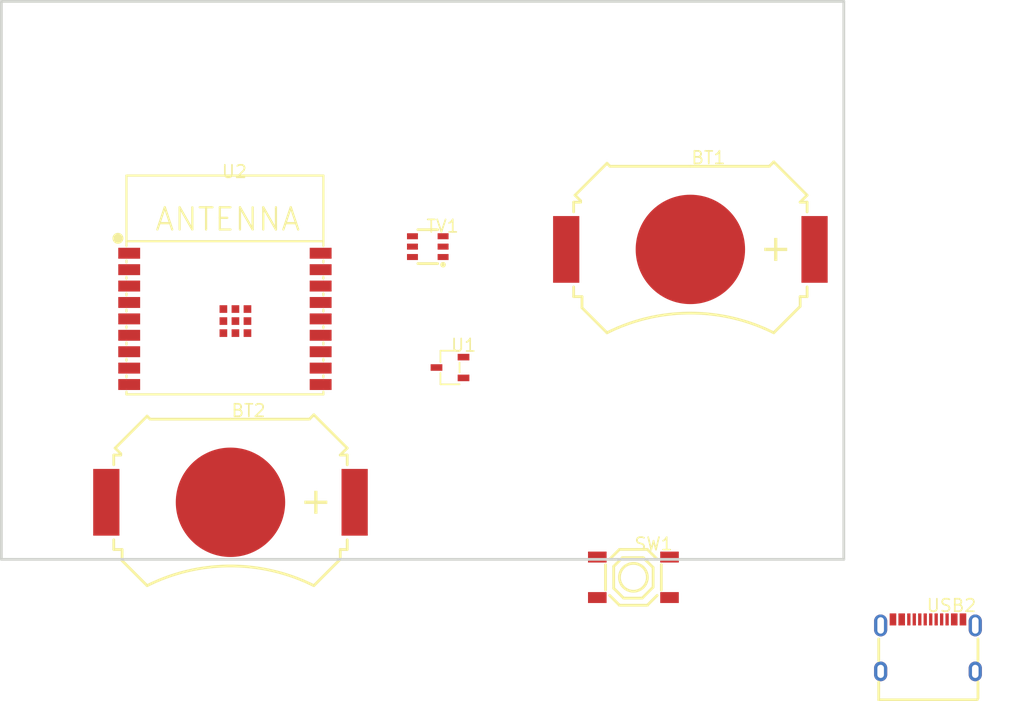
<source format=kicad_pcb>
(kicad_pcb (version 20171130) (host pcbnew "(5.1.5)-3") (page "A4") (layers (0 "F.Cu" signal) (31 "B.Cu" signal) (32 "B.Adhes" user) (33 "F.Adhes" user) (34 "B.Paste" user) (35 "F.Paste" user) (36 "B.SilkS" user) (37 "F.SilkS" user) (38 "B.Mask" user) (39 "F.Mask" user) (40 "Dwgs.User" user) (41 "Cmts.User" user) (42 "Eco1.User" user) (43 "Eco2.User" user) (44 "Edge.Cuts" user) (45 "Margin" user) (46 "B.CrtYd" user) (47 "F.CrtYd" user) (48 "B.Fab" user hide) (49 "F.Fab" user hide)) (net 0 "") (net 1 "BT1_1") (net 2 "BT1_2") (net 3 "BT2_1") (net 4 "BT2_2") (net 5 "SW1_1") (net 6 "SW1_2") (net 7 "SW1_3") (net 8 "SW1_4") (net 9 "TV1_3") (net 10 "TV1_2") (net 11 "TV1_1") (net 12 "TV1_6") (net 13 "TV1_5") (net 14 "TV1_4") (net 15 "U2_1") (net 16 "U2_2") (net 17 "U2_3") (net 18 "U2_4") (net 19 "U2_5") (net 20 "U2_6") (net 21 "U2_7") (net 22 "U2_8") (net 23 "U2_9") (net 24 "U2_10") (net 25 "U2_11") (net 26 "U2_12") (net 27 "U2_13") (net 28 "U2_14") (net 29 "U2_15") (net 30 "U2_16") (net 31 "U2_17") (net 32 "U2_18") (net 33 "U2_19") (net 34 "U1_1") (net 35 "U1_2") (net 36 "U1_3") (net 37 "USB2_1") (net 38 "USB2_2") (net 39 "USB2_3") (net 40 "USB2_4") (net 41 "USB2_5") (net 42 "USB2_6") (net 43 "USB2_7") (net 44 "USB2_8") (net 45 "USB2_9") (net 46 "USB2_10") (net 47 "USB2_11") (net 48 "USB2_12") (net 49 "USB2_13") (net 50 "USB2_14") (gr_line (start 12.08 12.254) (end 89.08 12.254) (width 0.254) (layer "Edge.Cuts")) (gr_line (start 89.08 12.254) (end 89.08 63.254) (width 0.254) (layer "Edge.Cuts")) (gr_line (start 89.08 63.254) (end 12.08 63.254) (width 0.254) (layer "Edge.Cuts")) (gr_line (start 12.08 63.254) (end 12.08 12.254) (width 0.254) (layer "Edge.Cuts")) (module "easyeda:BAT-SMD_MY-2032-12" (layer "F.Cu") (at 75.057 34.925) (attr smd) (fp_text value "MY-2032-12" (at 0 -10.16 0) (layer "F.Fab") hide (effects (font (size 1.143 1.143) (thickness 0.152)) (justify left))) (fp_text reference "BT1" (at 0 -8.382 0) (layer "F.SilkS") (effects (font (size 1.143 1.143) (thickness 0.152)) (justify left))) (fp_poly (pts (xy 7.65 1.05) (xy 7.65 -1.05) (xy 7.95 -1.05) (xy 7.95 1.05)) (layer "Cmts.User") (width 0)) (fp_poly (pts (xy 6.75 -0.15) (xy 8.85 -0.15) (xy 8.85 0.15) (xy 6.75 0.15)) (layer "Cmts.User") (width 0)) (fp_poly (pts (xy 12.55 -3.05) (xy 10.15 -3.05) (xy 10.15 3.05) (xy 12.55 3.05) (xy 12.55 3.04)) (layer "F.Paste") (width 0)) (fp_poly (pts (xy -10.15 -3.05) (xy -12.55 -3.05) (xy -12.55 3.05) (xy -10.15 3.05) (xy -10.15 3.04)) (layer "F.Paste") (width 0)) (fp_line (start 0 -7.6) (end -7.346 -7.6) (width 0.254) (layer "F.SilkS")) (fp_line (start -7.346 -7.6) (end -7.62 -7.874) (width 0.254) (layer "F.SilkS")) (fp_line (start 0 -7.6) (end 7.219 -7.6) (width 0.254) (layer "F.SilkS")) (fp_line (start 7.219 -7.6) (end 7.62 -8.001) (width 0.254) (layer "F.SilkS")) (fp_line (start 10.033 4.318) (end 10.033 5.207) (width 0.254) (layer "F.SilkS")) (fp_line (start 10.033 5.207) (end 7.62 7.62) (width 0.254) (layer "F.SilkS")) (fp_line (start 10.668 3.431) (end 10.668 4.318) (width 0.254) (layer "F.SilkS")) (fp_line (start 10.668 4.318) (end 10.033 4.318) (width 0.254) (layer "F.SilkS")) (fp_line (start 10.033 -4.318) (end 10.668 -4.953) (width 0.254) (layer "F.SilkS")) (fp_line (start 10.668 -4.953) (end 7.62 -8.001) (width 0.254) (layer "F.SilkS")) (fp_line (start 10.668 -3.429) (end 10.668 -4.318) (width 0.254) (layer "F.SilkS")) (fp_line (start 10.668 -4.318) (end 10.033 -4.318) (width 0.254) (layer "F.SilkS")) (fp_line (start -10.541 -4.953) (end -7.62 -7.874) (width 0.254) (layer "F.SilkS")) (fp_line (start -10.033 -4.318) (end -10.033 -4.445) (width 0.254) (layer "F.SilkS")) (fp_line (start -10.033 -4.445) (end -10.541 -4.953) (width 0.254) (layer "F.SilkS")) (fp_line (start -10.668 -3.429) (end -10.668 -4.318) (width 0.254) (layer "F.SilkS")) (fp_line (start -10.668 -4.318) (end -10.033 -4.318) (width 0.254) (layer "F.SilkS")) (fp_line (start -9.906 4.318) (end -9.906 5.334) (width 0.254) (layer "F.SilkS")) (fp_line (start -9.906 5.334) (end -7.62 7.62) (width 0.254) (layer "F.SilkS")) (fp_line (start -10.668 3.429) (end -10.668 4.318) (width 0.254) (layer "F.SilkS")) (fp_line (start -10.668 4.318) (end -9.906 4.318) (width 0.254) (layer "F.SilkS")) (fp_arc (start 0 22.86) (end -7.62 7.62) (angle 53.13) (width 0.254) (layer "F.SilkS")) (fp_poly (pts (xy 7.65 1.05) (xy 7.65 -1.05) (xy 7.95 -1.05) (xy 7.95 1.05)) (layer "F.SilkS") (width 0)) (fp_poly (pts (xy 6.75 -0.15) (xy 8.85 -0.15) (xy 8.85 0.15) (xy 6.75 0.15)) (layer "F.SilkS") (width 0)) (pad 1 smd rect (at 11.35 0 0) (size 2.4 6.1) (layers "F.Cu" "F.Paste" "F.Mask") (net 1 "BT1_1")) (pad 2 smd circle (at 0 0 0) (size 10 10) (layers "F.Cu" "F.Paste" "F.Mask") (net 2 "BT1_2")) (pad 1 smd rect (at -11.35 0 0) (size 2.4 6.1) (layers "F.Cu" "F.Paste" "F.Mask") (net 1 "BT1_1")) (fp_text user ggeb4a68a6a01cc183f (at 0 0) (layer "Cmts.User") (effects (font (size 1 1) (thickness 0.15))))) (module "easyeda:BAT-SMD_MY-2032-12" (layer "F.Cu") (at 33.02 58.039) (attr smd) (fp_text value "MY-2032-12" (at 0 -10.16 0) (layer "F.Fab") hide (effects (font (size 1.143 1.143) (thickness 0.152)) (justify left))) (fp_text reference "BT2" (at 0 -8.382 0) (layer "F.SilkS") (effects (font (size 1.143 1.143) (thickness 0.152)) (justify left))) (fp_poly (pts (xy 7.65 1.05) (xy 7.65 -1.05) (xy 7.95 -1.05) (xy 7.95 1.05)) (layer "Cmts.User") (width 0)) (fp_poly (pts (xy 6.75 -0.15) (xy 8.85 -0.15) (xy 8.85 0.15) (xy 6.75 0.15)) (layer "Cmts.User") (width 0)) (fp_poly (pts (xy 12.55 -3.05) (xy 10.15 -3.05) (xy 10.15 3.05) (xy 12.55 3.05) (xy 12.55 3.04)) (layer "F.Paste") (width 0)) (fp_poly (pts (xy -10.15 -3.05) (xy -12.55 -3.05) (xy -12.55 3.05) (xy -10.15 3.05) (xy -10.15 3.04)) (layer "F.Paste") (width 0)) (fp_line (start 0 -7.6) (end -7.346 -7.6) (width 0.254) (layer "F.SilkS")) (fp_line (start -7.346 -7.6) (end -7.62 -7.874) (width 0.254) (layer "F.SilkS")) (fp_line (start 0 -7.6) (end 7.219 -7.6) (width 0.254) (layer "F.SilkS")) (fp_line (start 7.219 -7.6) (end 7.62 -8.001) (width 0.254) (layer "F.SilkS")) (fp_line (start 10.033 4.318) (end 10.033 5.207) (width 0.254) (layer "F.SilkS")) (fp_line (start 10.033 5.207) (end 7.62 7.62) (width 0.254) (layer "F.SilkS")) (fp_line (start 10.668 3.431) (end 10.668 4.318) (width 0.254) (layer "F.SilkS")) (fp_line (start 10.668 4.318) (end 10.033 4.318) (width 0.254) (layer "F.SilkS")) (fp_line (start 10.033 -4.318) (end 10.668 -4.953) (width 0.254) (layer "F.SilkS")) (fp_line (start 10.668 -4.953) (end 7.62 -8.001) (width 0.254) (layer "F.SilkS")) (fp_line (start 10.668 -3.429) (end 10.668 -4.318) (width 0.254) (layer "F.SilkS")) (fp_line (start 10.668 -4.318) (end 10.033 -4.318) (width 0.254) (layer "F.SilkS")) (fp_line (start -10.541 -4.953) (end -7.62 -7.874) (width 0.254) (layer "F.SilkS")) (fp_line (start -10.033 -4.318) (end -10.033 -4.445) (width 0.254) (layer "F.SilkS")) (fp_line (start -10.033 -4.445) (end -10.541 -4.953) (width 0.254) (layer "F.SilkS")) (fp_line (start -10.668 -3.429) (end -10.668 -4.318) (width 0.254) (layer "F.SilkS")) (fp_line (start -10.668 -4.318) (end -10.033 -4.318) (width 0.254) (layer "F.SilkS")) (fp_line (start -9.906 4.318) (end -9.906 5.334) (width 0.254) (layer "F.SilkS")) (fp_line (start -9.906 5.334) (end -7.62 7.62) (width 0.254) (layer "F.SilkS")) (fp_line (start -10.668 3.429) (end -10.668 4.318) (width 0.254) (layer "F.SilkS")) (fp_line (start -10.668 4.318) (end -9.906 4.318) (width 0.254) (layer "F.SilkS")) (fp_arc (start 0 22.86) (end -7.62 7.62) (angle 53.13) (width 0.254) (layer "F.SilkS")) (fp_poly (pts (xy 7.65 1.05) (xy 7.65 -1.05) (xy 7.95 -1.05) (xy 7.95 1.05)) (layer "F.SilkS") (width 0)) (fp_poly (pts (xy 6.75 -0.15) (xy 8.85 -0.15) (xy 8.85 0.15) (xy 6.75 0.15)) (layer "F.SilkS") (width 0)) (pad 1 smd rect (at 11.35 0 0) (size 2.4 6.1) (layers "F.Cu" "F.Paste" "F.Mask") (net 3 "BT2_1")) (pad 2 smd circle (at 0 0 0) (size 10 10) (layers "F.Cu" "F.Paste" "F.Mask") (net 4 "BT2_2")) (pad 1 smd rect (at -11.35 0 0) (size 2.4 6.1) (layers "F.Cu" "F.Paste" "F.Mask") (net 3 "BT2_1")) (fp_text user gge3a69a443cb68490b (at 0 0) (layer "Cmts.User") (effects (font (size 1 1) (thickness 0.15))))) (module "easyeda:SW-SMD_4P-L5.1-W5.1-P3.70-LS6.5-TL-2" (layer "F.Cu") (at 69.85 64.897) (attr smd) (fp_text value "TS-1187A-B-A-B" (at 0 -4.826 0) (layer "F.Fab") hide (effects (font (size 1.143 1.143) (thickness 0.152)) (justify left))) (fp_text reference "SW1" (at 0 -3.048 0) (layer "F.SilkS") (effects (font (size 1.143 1.143) (thickness 0.152)) (justify left))) (fp_line (start -1.001 -1.801) (end 0.899 -1.801) (width 0.254) (layer "F.SilkS")) (fp_line (start 0.899 -1.801) (end 1.801 -0.899) (width 0.254) (layer "F.SilkS")) (fp_line (start 1.801 -0.899) (end 1.801 0.899) (width 0.254) (layer "F.SilkS")) (fp_line (start 1.801 0.899) (end 0.8 1.9) (width 0.254) (layer "F.SilkS")) (fp_line (start 0.8 1.9) (end -0.899 1.9) (width 0.254) (layer "F.SilkS")) (fp_line (start -0.899 1.9) (end -1.801 0.998) (width 0.254) (layer "F.SilkS")) (fp_line (start -1.801 0.998) (end -1.801 -1.001) (width 0.254) (layer "F.SilkS")) (fp_line (start -1.801 -1.001) (end -1.001 -1.801) (width 0.254) (layer "F.SilkS")) (fp_line (start 1.275 -2.55) (end 2.17 -1.655) (width 0.254) (layer "F.SilkS")) (fp_line (start 2.55 -1.168) (end 2.55 1.168) (width 0.254) (layer "F.SilkS")) (fp_line (start 2.17 1.655) (end 1.275 2.55) (width 0.254) (layer "F.SilkS")) (fp_line (start -2.55 -1.168) (end -2.55 1.168) (width 0.254) (layer "F.SilkS")) (fp_line (start -2.17 1.655) (end -1.275 2.55) (width 0.254) (layer "F.SilkS")) (fp_line (start -1.275 -2.55) (end -2.17 -1.655) (width 0.254) (layer "F.SilkS")) (fp_line (start -1.275 2.55) (end 1.275 2.55) (width 0.254) (layer "F.SilkS")) (fp_line (start -1.275 -2.55) (end 1.275 -2.55) (width 0.254) (layer "F.SilkS")) (fp_circle (center 0 0) (end 1.275 0) (layer "F.SilkS") (width 0.254)) (pad 1 smd rect (at -3.3 -1.85 0) (size 1.7 1) (layers "F.Cu" "F.Paste" "F.Mask") (net 5 "SW1_1")) (pad 2 smd rect (at 3.3 -1.85 0) (size 1.7 1) (layers "F.Cu" "F.Paste" "F.Mask") (net 6 "SW1_2")) (pad 3 smd rect (at -3.3 1.85 0) (size 1.7 1) (layers "F.Cu" "F.Paste" "F.Mask") (net 7 "SW1_3")) (pad 4 smd rect (at 3.3 1.85 0) (size 1.7 1) (layers "F.Cu" "F.Paste" "F.Mask") (net 8 "SW1_4")) (fp_text user gge782deaa62f394d00 (at 0 0) (layer "Cmts.User") (effects (font (size 1 1) (thickness 0.15))))) (module "easyeda:SOT-23-6_L2.9-W1.6-P0.95-LS2.8-BR" (layer "F.Cu") (at 51.054 34.671) (attr smd) (fp_text value "SRV05-4-P-T7" (at -0.216 -3.645 0) (layer "F.Fab") hide (effects (font (size 1.143 1.143) (thickness 0.152)) (justify left))) (fp_text reference "TV1" (at -0.216 -1.867 0) (layer "F.SilkS") (effects (font (size 1.143 1.143) (thickness 0.152)) (justify left))) (fp_circle (center 1.4 0.95) (end 1.5 0.95) (layer "Cmts.User") (width 0.2)) (fp_line (start -0.9 -1.55) (end 0.9 -1.55) (width 0.254) (layer "F.SilkS")) (fp_line (start -0.9 1.55) (end 0.9 1.55) (width 0.254) (layer "F.SilkS")) (fp_circle (center 1.397 1.651) (end 1.524 1.651) (layer "F.SilkS") (width 0.254)) (pad 3 smd rect (at 1.4 -0.95 0) (size 1 0.55) (layers "F.Cu" "F.Paste" "F.Mask") (net 9 "TV1_3")) (pad 2 smd rect (at 1.4 0 0) (size 1 0.55) (layers "F.Cu" "F.Paste" "F.Mask") (net 10 "TV1_2")) (pad 1 smd rect (at 1.4 0.95 0) (size 1 0.55) (layers "F.Cu" "F.Paste" "F.Mask") (net 11 "TV1_1")) (pad 6 smd rect (at -1.4 0.95 0) (size 1 0.55) (layers "F.Cu" "F.Paste" "F.Mask") (net 12 "TV1_6")) (pad 5 smd rect (at -1.4 0 0) (size 1 0.55) (layers "F.Cu" "F.Paste" "F.Mask") (net 13 "TV1_5")) (pad 4 smd rect (at -1.4 -0.95 0) (size 1 0.55) (layers "F.Cu" "F.Paste" "F.Mask") (net 14 "TV1_4")) (fp_text user ggea399cf35de991dd8 (at 0 0) (layer "Cmts.User") (effects (font (size 1 1) (thickness 0.15))))) (module "easyeda:BULETM-SMD_ESPRESSIF_ESP32-C3-WROOM-02-N4-4MB" (layer "F.Cu") (at 32.512 41.275) (attr smd) (fp_text value "ESP32-C3-WROOM-02-N4(4MB)" (at -0.381 -15.24 0) (layer "F.Fab") hide (effects (font (size 1.143 1.143) (thickness 0.152)) (justify left))) (fp_text reference "U2" (at -0.381 -13.462 0) (layer "F.SilkS") (effects (font (size 1.143 1.143) (thickness 0.152)) (justify left))) (fp_line (start 9 -6.654) (end 9 -13.1) (width 0.2) (layer "F.SilkS")) (fp_line (start 9 -13.1) (end -9 -13.1) (width 0.2) (layer "F.SilkS")) (fp_line (start -9 -13.1) (end -9 -6.654) (width 0.2) (layer "F.SilkS")) (fp_line (start -9 -7.1) (end 9 -7.1) (width 0.2) (layer "F.SilkS")) (fp_line (start -9 6.654) (end -9 6.9) (width 0.2) (layer "F.SilkS")) (fp_line (start -9 5.154) (end -9 5.346) (width 0.2) (layer "F.SilkS")) (fp_line (start -9 3.654) (end -9 3.846) (width 0.2) (layer "F.SilkS")) (fp_line (start -9 2.154) (end -9 2.346) (width 0.2) (layer "F.SilkS")) (fp_line (start -9 0.654) (end -9 0.846) (width 0.2) (layer "F.SilkS")) (fp_line (start -9 -0.846) (end -9 -0.654) (width 0.2) (layer "F.SilkS")) (fp_line (start -9 -2.346) (end -9 -2.154) (width 0.2) (layer "F.SilkS")) (fp_line (start -9 -3.846) (end -9 -3.654) (width 0.2) (layer "F.SilkS")) (fp_line (start -9 -5.346) (end -9 -5.154) (width 0.2) (layer "F.SilkS")) (fp_line (start 9 -5.154) (end 9 -5.346) (width 0.2) (layer "F.SilkS")) (fp_line (start 9 -3.654) (end 9 -3.846) (width 0.2) (layer "F.SilkS")) (fp_line (start 9 -2.154) (end 9 -2.346) (width 0.2) (layer "F.SilkS")) (fp_line (start 9 -0.654) (end 9 -0.846) (width 0.2) (layer "F.SilkS")) (fp_line (start 9 0.846) (end 9 0.654) (width 0.2) (layer "F.SilkS")) (fp_line (start 9 2.346) (end 9 2.154) (width 0.2) (layer "F.SilkS")) (fp_line (start 9 3.846) (end 9 3.654) (width 0.2) (layer "F.SilkS")) (fp_line (start 9 5.346) (end 9 5.154) (width 0.2) (layer "F.SilkS")) (fp_line (start -9 6.9) (end 9 6.9) (width 0.2) (layer "F.SilkS")) (fp_line (start 9 6.9) (end 9 6.654) (width 0.2) (layer "F.SilkS")) (fp_circle (center -9.779 -7.366) (end -9.529 -7.366) (layer "F.SilkS") (width 0.5)) (fp_circle (center -9.779 -7.366) (end -9.529 -7.366) (layer "Cmts.User") (width 0.5)) (fp_poly (pts (xy -9.1 -6.65) (xy -9.1 -13.05) (xy -8.95 -13.2) (xy 8.9 -13.2) (xy 9.1 -13) (xy 9.1 -6.85) (xy 8.9 -6.85) (xy 8.9 -13) (xy -8.9 -13) (xy -8.9 -6.7) (xy -8.9 -6.65)) (layer "Cmts.User") (width 0)) (fp_text value "ANTENNA" (at -6.5 -9.1 0) (layer "F.SilkS") (effects (font (size 2.032 2.032) (thickness 0.203)) (justify left))) (pad 1 smd rect (at -8.75 -6 0) (size 2 1) (layers "F.Cu" "F.Paste" "F.Mask") (net 15 "U2_1")) (pad 2 smd rect (at -8.75 -4.5 0) (size 2 1) (layers "F.Cu" "F.Paste" "F.Mask") (net 16 "U2_2")) (pad 3 smd rect (at -8.75 -3 0) (size 2 1) (layers "F.Cu" "F.Paste" "F.Mask") (net 17 "U2_3")) (pad 4 smd rect (at -8.75 -1.5 0) (size 2 1) (layers "F.Cu" "F.Paste" "F.Mask") (net 18 "U2_4")) (pad 5 smd rect (at -8.75 0 0) (size 2 1) (layers "F.Cu" "F.Paste" "F.Mask") (net 19 "U2_5")) (pad 6 smd rect (at -8.75 1.5 0) (size 2 1) (layers "F.Cu" "F.Paste" "F.Mask") (net 20 "U2_6")) (pad 7 smd rect (at -8.75 3 0) (size 2 1) (layers "F.Cu" "F.Paste" "F.Mask") (net 21 "U2_7")) (pad 8 smd rect (at -8.75 4.5 0) (size 2 1) (layers "F.Cu" "F.Paste" "F.Mask") (net 22 "U2_8")) (pad 9 smd rect (at -8.75 6 0) (size 2 1) (layers "F.Cu" "F.Paste" "F.Mask") (net 23 "U2_9")) (pad 10 smd rect (at 8.75 6 0) (size 2 1) (layers "F.Cu" "F.Paste" "F.Mask") (net 24 "U2_10")) (pad 11 smd rect (at 8.75 4.5 0) (size 2 1) (layers "F.Cu" "F.Paste" "F.Mask") (net 25 "U2_11")) (pad 12 smd rect (at 8.75 3 0) (size 2 1) (layers "F.Cu" "F.Paste" "F.Mask") (net 26 "U2_12")) (pad 13 smd rect (at 8.75 1.5 0) (size 2 1) (layers "F.Cu" "F.Paste" "F.Mask") (net 27 "U2_13")) (pad 14 smd rect (at 8.75 0 0) (size 2 1) (layers "F.Cu" "F.Paste" "F.Mask") (net 28 "U2_14")) (pad 15 smd rect (at 8.75 -1.5 0) (size 2 1) (layers "F.Cu" "F.Paste" "F.Mask") (net 29 "U2_15")) (pad 16 smd rect (at 8.75 -3 0) (size 2 1) (layers "F.Cu" "F.Paste" "F.Mask") (net 30 "U2_16")) (pad 17 smd rect (at 8.75 -4.5 0) (size 2 1) (layers "F.Cu" "F.Paste" "F.Mask") (net 31 "U2_17")) (pad 18 smd rect (at 8.75 -6 0) (size 2 1) (layers "F.Cu" "F.Paste" "F.Mask") (net 32 "U2_18")) (pad 19 smd rect (at -0.14 -0.9 0) (size 0.7 0.7) (layers "F.Cu" "F.Paste" "F.Mask") (net 33 "U2_19")) (pad 19 smd rect (at -0.14 0.2 0) (size 0.7 0.7) (layers "F.Cu" "F.Paste" "F.Mask") (net 33 "U2_19")) (pad 19 smd rect (at -0.14 1.3 0) (size 0.7 0.7) (layers "F.Cu" "F.Paste" "F.Mask") (net 33 "U2_19")) (pad 19 smd rect (at 0.96 -0.9 0) (size 0.7 0.7) (layers "F.Cu" "F.Paste" "F.Mask") (net 33 "U2_19")) (pad 19 smd rect (at 0.96 0.2 0) (size 0.7 0.7) (layers "F.Cu" "F.Paste" "F.Mask") (net 33 "U2_19")) (pad 19 smd rect (at 0.96 1.3 0) (size 0.7 0.7) (layers "F.Cu" "F.Paste" "F.Mask") (net 33 "U2_19")) (pad 19 smd rect (at 2.06 1.3 0) (size 0.7 0.7) (layers "F.Cu" "F.Paste" "F.Mask") (net 33 "U2_19")) (pad 19 smd rect (at 2.06 0.2 0) (size 0.7 0.7) (layers "F.Cu" "F.Paste" "F.Mask") (net 33 "U2_19")) (pad 19 smd rect (at 2.06 -0.9 0) (size 0.7 0.7) (layers "F.Cu" "F.Paste" "F.Mask") (net 33 "U2_19")) (fp_text user gged68fe1ca4e7d230b (at 0 0) (layer "Cmts.User") (effects (font (size 1 1) (thickness 0.15))))) (module "easyeda:SOT-23-3_L2.9-W1.6-P1.90-LS2.8-BR" (layer "F.Cu") (at 53.086 45.72) (attr smd) (fp_text value "XC6206P332MR" (at 0 -3.81 0) (layer "F.Fab") hide (effects (font (size 1.143 1.143) (thickness 0.152)) (justify left))) (fp_text reference "U1" (at 0 -2.032 0) (layer "F.SilkS") (effects (font (size 1.143 1.143) (thickness 0.152)) (justify left))) (fp_circle (center 1.651 0.95) (end 1.751 0.95) (layer "Cmts.User") (width 0.2)) (fp_line (start 0.876 -1.536) (end -0.876 -1.536) (width 0.152) (layer "F.SilkS")) (fp_line (start -0.876 -1.536) (end -0.876 -0.495) (width 0.152) (layer "F.SilkS")) (fp_line (start 0.876 1.536) (end -0.876 1.536) (width 0.152) (layer "F.SilkS")) (fp_line (start -0.876 1.536) (end -0.876 0.495) (width 0.152) (layer "F.SilkS")) (fp_line (start 0.876 -0.455) (end 0.876 0.455) (width 0.152) (layer "F.SilkS")) (pad 1 smd rect (at 1.235 0.95 0) (size 1.07 0.6) (layers "F.Cu" "F.Paste" "F.Mask") (net 34 "U1_1")) (pad 2 smd rect (at 1.235 -0.95 0) (size 1.07 0.6) (layers "F.Cu" "F.Paste" "F.Mask") (net 35 "U1_2")) (pad 3 smd rect (at -1.235 0 0) (size 1.07 0.6) (layers "F.Cu" "F.Paste" "F.Mask") (net 36 "U1_3")) (fp_text user gge97bf8398a683e6e0 (at 0 0) (layer "Cmts.User") (effects (font (size 1 1) (thickness 0.15))))) (module "easyeda:USB-C-SMD_TYPE-C-6PIN-2MD-073" (layer "F.Cu") (at 96.774 71.12) (attr smd) (fp_text value "TYPE-C 16PIN 2MD(073)" (at -0.21 -5.423 0) (layer "F.Fab") hide (effects (font (size 1.143 1.143) (thickness 0.152)) (justify left))) (fp_text reference "USB2" (at -0.21 -3.645 0) (layer "F.SilkS") (effects (font (size 1.143 1.143) (thickness 0.152)) (justify left))) (fp_poly (pts (xy 1.4 -1.825) (xy 1.4 -2.925) (xy 1.1 -2.925) (xy 1.1 -1.825)) (layer "F.Paste") (width 0)) (fp_poly (pts (xy 1.6 -2.925) (xy 1.6 -1.825) (xy 1.9 -1.825) (xy 1.9 -2.925)) (layer "F.Paste") (width 0)) (fp_poly (pts (xy -3.5 -2.925) (xy -3.5 -1.825) (xy -2.9 -1.825) (xy -2.9 -2.925)) (layer "F.Paste") (width 0)) (fp_poly (pts (xy 0.9 -1.825) (xy 0.9 -2.925) (xy 0.6 -2.925) (xy 0.6 -1.825)) (layer "F.Paste") (width 0)) (fp_poly (pts (xy 2.1 -2.925) (xy 2.1 -1.825) (xy 2.7 -1.825) (xy 2.7 -2.925)) (layer "F.Paste") (width 0)) (fp_poly (pts (xy 3.5 -1.825) (xy 3.5 -2.925) (xy 2.9 -2.925) (xy 2.9 -1.825)) (layer "F.Paste") (width 0)) (fp_poly (pts (xy 0.4 -1.825) (xy 0.4 -2.925) (xy 0.1 -2.925) (xy 0.1 -1.825)) (layer "F.Paste") (width 0)) (fp_poly (pts (xy -0.1 -1.825) (xy -0.1 -2.925) (xy -0.4 -2.925) (xy -0.4 -1.825)) (layer "F.Paste") (width 0)) (fp_poly (pts (xy -2.7 -2.925) (xy -2.7 -1.825) (xy -2.1 -1.825) (xy -2.1 -2.925)) (layer "F.Paste") (width 0)) (fp_poly (pts (xy -0.6 -1.825) (xy -0.6 -2.925) (xy -0.9 -2.925) (xy -0.9 -1.825)) (layer "F.Paste") (width 0)) (fp_poly (pts (xy -1.1 -1.825) (xy -1.1 -2.925) (xy -1.4 -2.925) (xy -1.4 -1.825)) (layer "F.Paste") (width 0)) (fp_poly (pts (xy -1.6 -1.825) (xy -1.6 -2.925) (xy -1.9 -2.925) (xy -1.9 -1.825)) (layer "F.Paste") (width 0)) (fp_poly (pts (xy 4.37 -2.823) (xy 4.34 -2.825) (xy 4.31 -2.825) (xy 4.28 -2.823) (xy 4.25 -2.82) (xy 4.221 -2.816) (xy 4.191 -2.81) (xy 4.162 -2.803) (xy 4.134 -2.794) (xy 4.106 -2.784) (xy 4.078 -2.772) (xy 4.051 -2.759) (xy 4.025 -2.745) (xy 3.999 -2.729) (xy 3.975 -2.712) (xy 3.951 -2.694) (xy 3.928 -2.675) (xy 3.906 -2.655) (xy 3.885 -2.633) (xy 3.865 -2.611) (xy 3.847 -2.587) (xy 3.829 -2.563) (xy 3.813 -2.538) (xy 3.798 -2.512) (xy 3.784 -2.485) (xy 3.772 -2.458) (xy 3.761 -2.43) (xy 3.752 -2.402) (xy 3.744 -2.373) (xy 3.737 -2.344) (xy 3.732 -2.315) (xy 3.728 -2.285) (xy 3.726 -2.255) (xy 3.725 -2.225) (xy 3.725 -1.425) (xy 3.726 -1.395) (xy 3.728 -1.365) (xy 3.732 -1.336) (xy 3.737 -1.306) (xy 3.744 -1.277) (xy 3.752 -1.248) (xy 3.761 -1.22) (xy 3.772 -1.192) (xy 3.784 -1.165) (xy 3.798 -1.138) (xy 3.813 -1.112) (xy 3.829 -1.087) (xy 3.847 -1.063) (xy 3.865 -1.039) (xy 3.885 -1.017) (xy 3.906 -0.996) (xy 3.928 -0.975) (xy 3.951 -0.956) (xy 3.975 -0.938) (xy 3.999 -0.921) (xy 4.025 -0.906) (xy 4.051 -0.891) (xy 4.078 -0.878) (xy 4.106 -0.867) (xy 4.134 -0.856) (xy 4.162 -0.848) (xy 4.191 -0.84) (xy 4.221 -0.834) (xy 4.25 -0.83) (xy 4.28 -0.827) (xy 4.31 -0.825) (xy 4.34 -0.825) (xy 4.37 -0.827) (xy 4.4 -0.83) (xy 4.429 -0.834) (xy 4.458 -0.84) (xy 4.487 -0.848) (xy 4.516 -0.856) (xy 4.544 -0.867) (xy 4.572 -0.878) (xy 4.599 -0.891) (xy 4.625 -0.906) (xy 4.651 -0.921) (xy 4.675 -0.938) (xy 4.699 -0.956) (xy 4.722 -0.975) (xy 4.744 -0.996) (xy 4.765 -1.017) (xy 4.785 -1.039) (xy 4.803 -1.063) (xy 4.821 -1.087) (xy 4.837 -1.112) (xy 4.852 -1.138) (xy 4.866 -1.165) (xy 4.878 -1.192) (xy 4.889 -1.22) (xy 4.898 -1.248) (xy 4.906 -1.277) (xy 4.913 -1.306) (xy 4.918 -1.336) (xy 4.922 -1.365) (xy 4.924 -1.395) (xy 4.925 -1.425) (xy 4.925 -2.225) (xy 4.924 -2.255) (xy 4.922 -2.285) (xy 4.918 -2.315) (xy 4.913 -2.344) (xy 4.906 -2.373) (xy 4.898 -2.402) (xy 4.889 -2.43) (xy 4.878 -2.458) (xy 4.866 -2.485) (xy 4.852 -2.512) (xy 4.837 -2.538) (xy 4.821 -2.563) (xy 4.803 -2.587) (xy 4.785 -2.611) (xy 4.765 -2.633) (xy 4.744 -2.655) (xy 4.722 -2.675) (xy 4.699 -2.694) (xy 4.675 -2.712) (xy 4.651 -2.729) (xy 4.625 -2.745) (xy 4.599 -2.759) (xy 4.572 -2.772) (xy 4.544 -2.784) (xy 4.516 -2.794) (xy 4.487 -2.803) (xy 4.458 -2.81) (xy 4.429 -2.816) (xy 4.4 -2.82)) (layer "F.Paste") (width 0)) (fp_poly (pts (xy -4.34 -2.825) (xy -4.37 -2.823) (xy -4.4 -2.82) (xy -4.429 -2.816) (xy -4.458 -2.81) (xy -4.487 -2.803) (xy -4.516 -2.794) (xy -4.544 -2.784) (xy -4.572 -2.772) (xy -4.599 -2.759) (xy -4.625 -2.745) (xy -4.651 -2.729) (xy -4.675 -2.712) (xy -4.699 -2.694) (xy -4.722 -2.675) (xy -4.744 -2.655) (xy -4.765 -2.633) (xy -4.785 -2.611) (xy -4.803 -2.587) (xy -4.821 -2.563) (xy -4.837 -2.538) (xy -4.852 -2.512) (xy -4.866 -2.485) (xy -4.878 -2.458) (xy -4.889 -2.43) (xy -4.898 -2.402) (xy -4.906 -2.373) (xy -4.913 -2.344) (xy -4.918 -2.315) (xy -4.922 -2.285) (xy -4.924 -2.255) (xy -4.925 -2.225) (xy -4.925 -1.425) (xy -4.924 -1.395) (xy -4.922 -1.365) (xy -4.918 -1.336) (xy -4.913 -1.306) (xy -4.906 -1.277) (xy -4.898 -1.248) (xy -4.889 -1.22) (xy -4.878 -1.192) (xy -4.866 -1.165) (xy -4.852 -1.138) (xy -4.837 -1.112) (xy -4.821 -1.087) (xy -4.803 -1.063) (xy -4.785 -1.039) (xy -4.765 -1.017) (xy -4.744 -0.996) (xy -4.722 -0.975) (xy -4.699 -0.956) (xy -4.675 -0.938) (xy -4.651 -0.921) (xy -4.625 -0.906) (xy -4.599 -0.891) (xy -4.572 -0.878) (xy -4.544 -0.867) (xy -4.516 -0.856) (xy -4.487 -0.848) (xy -4.458 -0.84) (xy -4.429 -0.834) (xy -4.4 -0.83) (xy -4.37 -0.827) (xy -4.34 -0.825) (xy -4.31 -0.825) (xy -4.28 -0.827) (xy -4.25 -0.83) (xy -4.221 -0.834) (xy -4.191 -0.84) (xy -4.162 -0.848) (xy -4.134 -0.856) (xy -4.106 -0.867) (xy -4.078 -0.878) (xy -4.051 -0.891) (xy -4.025 -0.906) (xy -3.999 -0.921) (xy -3.975 -0.938) (xy -3.951 -0.956) (xy -3.928 -0.975) (xy -3.906 -0.996) (xy -3.885 -1.017) (xy -3.865 -1.039) (xy -3.847 -1.063) (xy -3.829 -1.087) (xy -3.813 -1.112) (xy -3.798 -1.138) (xy -3.784 -1.165) (xy -3.772 -1.192) (xy -3.761 -1.22) (xy -3.752 -1.248) (xy -3.744 -1.277) (xy -3.737 -1.306) (xy -3.732 -1.336) (xy -3.728 -1.365) (xy -3.726 -1.395) (xy -3.725 -1.425) (xy -3.725 -2.225) (xy -3.726 -2.255) (xy -3.728 -2.285) (xy -3.732 -2.315) (xy -3.737 -2.344) (xy -3.744 -2.373) (xy -3.752 -2.402) (xy -3.761 -2.43) (xy -3.772 -2.458) (xy -3.784 -2.485) (xy -3.798 -2.512) (xy -3.813 -2.538) (xy -3.829 -2.563) (xy -3.847 -2.587) (xy -3.865 -2.611) (xy -3.885 -2.633) (xy -3.906 -2.655) (xy -3.928 -2.675) (xy -3.951 -2.694) (xy -3.975 -2.712) (xy -3.999 -2.729) (xy -4.025 -2.745) (xy -4.051 -2.759) (xy -4.078 -2.772) (xy -4.106 -2.784) (xy -4.134 -2.794) (xy -4.162 -2.803) (xy -4.191 -2.81) (xy -4.221 -2.816) (xy -4.25 -2.82) (xy -4.28 -2.823) (xy -4.31 -2.825)) (layer "F.Paste") (width 0)) (fp_poly (pts (xy -4.28 1.627) (xy -4.31 1.625) (xy -4.34 1.625) (xy -4.37 1.627) (xy -4.4 1.63) (xy -4.429 1.634) (xy -4.458 1.64) (xy -4.487 1.647) (xy -4.516 1.656) (xy -4.544 1.667) (xy -4.572 1.678) (xy -4.599 1.691) (xy -4.625 1.705) (xy -4.651 1.721) (xy -4.675 1.738) (xy -4.699 1.756) (xy -4.722 1.775) (xy -4.744 1.796) (xy -4.765 1.817) (xy -4.785 1.839) (xy -4.803 1.863) (xy -4.821 1.887) (xy -4.837 1.912) (xy -4.852 1.938) (xy -4.866 1.965) (xy -4.878 1.992) (xy -4.889 2.02) (xy -4.898 2.048) (xy -4.906 2.077) (xy -4.913 2.106) (xy -4.918 2.136) (xy -4.922 2.165) (xy -4.924 2.195) (xy -4.925 2.225) (xy -4.925 2.525) (xy -4.924 2.555) (xy -4.922 2.585) (xy -4.918 2.614) (xy -4.913 2.644) (xy -4.906 2.673) (xy -4.898 2.702) (xy -4.889 2.73) (xy -4.878 2.758) (xy -4.866 2.785) (xy -4.852 2.812) (xy -4.837 2.838) (xy -4.821 2.863) (xy -4.803 2.887) (xy -4.785 2.911) (xy -4.765 2.933) (xy -4.744 2.955) (xy -4.722 2.975) (xy -4.699 2.994) (xy -4.675 3.012) (xy -4.651 3.029) (xy -4.625 3.045) (xy -4.599 3.059) (xy -4.572 3.072) (xy -4.544 3.084) (xy -4.516 3.094) (xy -4.487 3.103) (xy -4.458 3.11) (xy -4.429 3.116) (xy -4.4 3.12) (xy -4.37 3.123) (xy -4.34 3.125) (xy -4.31 3.125) (xy -4.28 3.123) (xy -4.25 3.12) (xy -4.221 3.116) (xy -4.191 3.11) (xy -4.162 3.103) (xy -4.134 3.094) (xy -4.106 3.084) (xy -4.078 3.072) (xy -4.051 3.059) (xy -4.025 3.045) (xy -3.999 3.029) (xy -3.975 3.012) (xy -3.951 2.994) (xy -3.928 2.975) (xy -3.906 2.955) (xy -3.885 2.933) (xy -3.865 2.911) (xy -3.847 2.887) (xy -3.829 2.863) (xy -3.813 2.838) (xy -3.798 2.812) (xy -3.784 2.785) (xy -3.772 2.758) (xy -3.761 2.73) (xy -3.752 2.702) (xy -3.744 2.673) (xy -3.737 2.644) (xy -3.732 2.614) (xy -3.728 2.585) (xy -3.726 2.555) (xy -3.725 2.525) (xy -3.725 2.225) (xy -3.726 2.195) (xy -3.728 2.165) (xy -3.732 2.136) (xy -3.737 2.106) (xy -3.744 2.077) (xy -3.752 2.048) (xy -3.761 2.02) (xy -3.772 1.992) (xy -3.784 1.965) (xy -3.798 1.938) (xy -3.813 1.912) (xy -3.829 1.887) (xy -3.847 1.863) (xy -3.865 1.839) (xy -3.885 1.817) (xy -3.906 1.796) (xy -3.928 1.775) (xy -3.951 1.756) (xy -3.975 1.738) (xy -3.999 1.721) (xy -4.025 1.705) (xy -4.051 1.691) (xy -4.078 1.678) (xy -4.106 1.667) (xy -4.134 1.656) (xy -4.162 1.647) (xy -4.191 1.64) (xy -4.221 1.634) (xy -4.25 1.63)) (layer "F.Paste") (width 0)) (fp_poly (pts (xy 4.31 1.625) (xy 4.28 1.627) (xy 4.25 1.63) (xy 4.221 1.634) (xy 4.191 1.64) (xy 4.162 1.647) (xy 4.134 1.656) (xy 4.106 1.667) (xy 4.078 1.678) (xy 4.051 1.691) (xy 4.025 1.705) (xy 3.999 1.721) (xy 3.975 1.738) (xy 3.951 1.756) (xy 3.928 1.775) (xy 3.906 1.796) (xy 3.885 1.817) (xy 3.865 1.839) (xy 3.847 1.863) (xy 3.829 1.887) (xy 3.813 1.912) (xy 3.798 1.938) (xy 3.784 1.965) (xy 3.772 1.992) (xy 3.761 2.02) (xy 3.752 2.048) (xy 3.744 2.077) (xy 3.737 2.106) (xy 3.732 2.136) (xy 3.728 2.165) (xy 3.726 2.195) (xy 3.725 2.225) (xy 3.725 2.525) (xy 3.726 2.555) (xy 3.728 2.585) (xy 3.732 2.614) (xy 3.737 2.644) (xy 3.744 2.673) (xy 3.752 2.702) (xy 3.761 2.73) (xy 3.772 2.758) (xy 3.784 2.785) (xy 3.798 2.812) (xy 3.813 2.838) (xy 3.829 2.863) (xy 3.847 2.887) (xy 3.865 2.911) (xy 3.885 2.933) (xy 3.906 2.955) (xy 3.928 2.975) (xy 3.951 2.994) (xy 3.975 3.012) (xy 3.999 3.029) (xy 4.025 3.045) (xy 4.051 3.059) (xy 4.078 3.072) (xy 4.106 3.084) (xy 4.134 3.094) (xy 4.162 3.103) (xy 4.191 3.11) (xy 4.221 3.116) (xy 4.25 3.12) (xy 4.28 3.123) (xy 4.31 3.125) (xy 4.34 3.125) (xy 4.37 3.123) (xy 4.4 3.12) (xy 4.429 3.116) (xy 4.458 3.11) (xy 4.487 3.103) (xy 4.516 3.094) (xy 4.544 3.084) (xy 4.572 3.072) (xy 4.599 3.059) (xy 4.625 3.045) (xy 4.651 3.029) (xy 4.675 3.012) (xy 4.699 2.994) (xy 4.722 2.975) (xy 4.744 2.955) (xy 4.765 2.933) (xy 4.785 2.911) (xy 4.803 2.887) (xy 4.821 2.863) (xy 4.837 2.838) (xy 4.852 2.812) (xy 4.866 2.785) (xy 4.878 2.758) (xy 4.889 2.73) (xy 4.898 2.702) (xy 4.906 2.673) (xy 4.913 2.644) (xy 4.918 2.614) (xy 4.922 2.585) (xy 4.924 2.555) (xy 4.925 2.525) (xy 4.925 2.225) (xy 4.924 2.195) (xy 4.922 2.165) (xy 4.918 2.136) (xy 4.913 2.106) (xy 4.906 2.077) (xy 4.898 2.048) (xy 4.889 2.02) (xy 4.878 1.992) (xy 4.866 1.965) (xy 4.852 1.938) (xy 4.837 1.912) (xy 4.821 1.887) (xy 4.803 1.863) (xy 4.785 1.839) (xy 4.765 1.817) (xy 4.744 1.796) (xy 4.722 1.775) (xy 4.699 1.756) (xy 4.675 1.738) (xy 4.651 1.721) (xy 4.625 1.705) (xy 4.599 1.691) (xy 4.572 1.678) (xy 4.544 1.667) (xy 4.516 1.656) (xy 4.487 1.647) (xy 4.458 1.64) (xy 4.429 1.634) (xy 4.4 1.63) (xy 4.37 1.627) (xy 4.34 1.625)) (layer "F.Paste") (width 0)) (fp_line (start 4.572 1.397) (end 4.572 -0.597) (width 0.254) (layer "F.SilkS")) (fp_line (start 4.572 4.826) (end 4.572 3.353) (width 0.254) (layer "F.SilkS")) (fp_line (start -4.5 1.394) (end -4.5 -0.594) (width 0.254) (layer "F.SilkS")) (fp_line (start -4.5 4.975) (end -4.5 3.356) (width 0.254) (layer "F.SilkS")) (fp_line (start 4.5 4.975) (end -4.5 4.975) (width 0.254) (layer "F.SilkS")) (fp_circle (center -2.89 -1.305) (end -2.765 -1.305) (layer "Cmts.User") (width 0.25)) (fp_circle (center 2.89 -1.305) (end 3.015 -1.305) (layer "Cmts.User") (width 0.25)) (pad "" np_thru_hole circle (at -2.89 -1.305) (size 0.7 0.7) (drill 0.7) (layers "*.Cu" "*.Mask")) (pad "" np_thru_hole circle (at 2.89 -1.305) (size 0.7 0.7) (drill 0.7) (layers "*.Cu" "*.Mask")) (pad 1 smd rect (at -3.2 -2.375 0) (size 0.6 1.1) (layers "F.Cu" "F.Paste" "F.Mask") (net 37 "USB2_1")) (pad 2 smd rect (at -2.4 -2.375 0) (size 0.6 1.1) (layers "F.Cu" "F.Paste" "F.Mask") (net 38 "USB2_2")) (pad 3 smd rect (at -1.75 -2.375 0) (size 0.3 1.1) (layers "F.Cu" "F.Paste" "F.Mask") (net 39 "USB2_3")) (pad 4 smd rect (at -1.25 -2.375 0) (size 0.3 1.1) (layers "F.Cu" "F.Paste" "F.Mask") (net 40 "USB2_4")) (pad 5 smd rect (at -0.75 -2.375 0) (size 0.3 1.1) (layers "F.Cu" "F.Paste" "F.Mask") (net 41 "USB2_5")) (pad 6 smd rect (at -0.25 -2.375 0) (size 0.3 1.1) (layers "F.Cu" "F.Paste" "F.Mask") (net 42 "USB2_6")) (pad 7 smd rect (at 0.25 -2.375 0) (size 0.3 1.1) (layers "F.Cu" "F.Paste" "F.Mask") (net 43 "USB2_7")) (pad 8 smd rect (at 0.75 -2.375 0) (size 0.3 1.1) (layers "F.Cu" "F.Paste" "F.Mask") (net 44 "USB2_8")) (pad 9 smd rect (at 1.25 -2.375 0) (size 0.3 1.1) (layers "F.Cu" "F.Paste" "F.Mask") (net 45 "USB2_9")) (pad 10 smd rect (at 1.75 -2.375 0) (size 0.3 1.1) (layers "F.Cu" "F.Paste" "F.Mask") (net 46 "USB2_10")) (pad 11 smd rect (at 2.4 -2.375 0) (size 0.6 1.1) (layers "F.Cu" "F.Paste" "F.Mask") (net 47 "USB2_11")) (pad 12 smd rect (at 3.2 -2.375 0) (size 0.6 1.1) (layers "F.Cu" "F.Paste" "F.Mask") (net 48 "USB2_12")) (pad 13 thru_hole oval (at -4.325 -1.825 0) (size 1.2 2) (layers "*.Cu" "*.Paste" "*.Mask") (drill oval 0.6 1.5) (net 49 "USB2_13")) (pad 14 thru_hole oval (at 4.325 -1.825 0) (size 1.2 2) (layers "*.Cu" "*.Paste" "*.Mask") (drill oval 0.6 1.5) (net 50 "USB2_14")) (pad 13 thru_hole oval (at -4.325 2.375 0) (size 1.2 1.8) (layers "*.Cu" "*.Paste" "*.Mask") (drill oval 0.6 1.2) (net 49 "USB2_13")) (pad 14 thru_hole oval (at 4.325 2.375 0) (size 1.2 1.8) (layers "*.Cu" "*.Paste" "*.Mask") (drill oval 0.6 1.2) (net 50 "USB2_14")) (fp_text user gge13bf68a92b941a32 (at 0 0) (layer "Cmts.User") (effects (font (size 1 1) (thickness 0.15))))))
</source>
